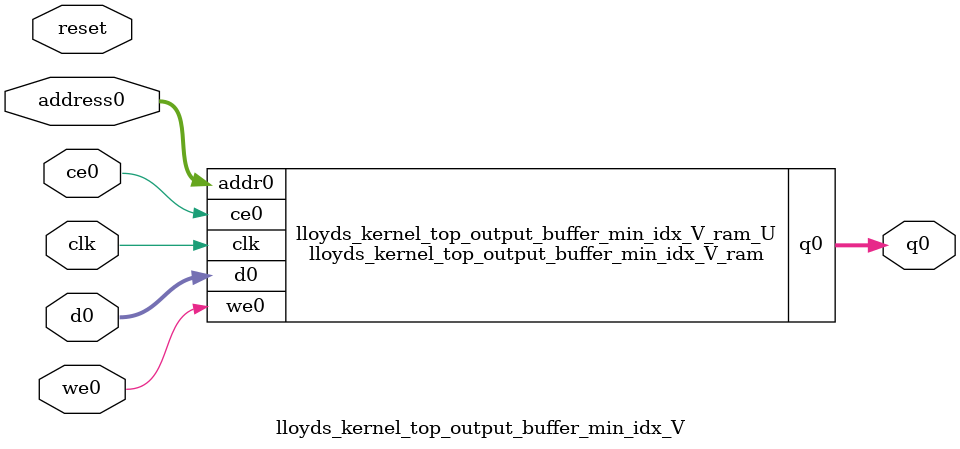
<source format=v>

`timescale 1 ns / 1 ps
module lloyds_kernel_top_output_buffer_min_idx_V_ram (addr0, ce0, d0, we0, q0,  clk);

parameter DWIDTH = 8;
parameter AWIDTH = 4;
parameter MEM_SIZE = 16;

input[AWIDTH-1:0] addr0;
input ce0;
input[DWIDTH-1:0] d0;
input we0;
output reg[DWIDTH-1:0] q0;
input clk;

(* ram_style = "block" *)reg [DWIDTH-1:0] ram[MEM_SIZE-1:0];




always @(posedge clk)  
begin 
    if (ce0) 
    begin
        if (we0) 
        begin 
            ram[addr0] <= d0; 
            q0 <= d0;
        end 
        else 
            q0 <= ram[addr0];
    end
end


endmodule


`timescale 1 ns / 1 ps
module lloyds_kernel_top_output_buffer_min_idx_V(
    reset,
    clk,
    address0,
    ce0,
    we0,
    d0,
    q0);

parameter DataWidth = 32'd8;
parameter AddressRange = 32'd16;
parameter AddressWidth = 32'd4;
input reset;
input clk;
input[AddressWidth - 1:0] address0;
input ce0;
input we0;
input[DataWidth - 1:0] d0;
output[DataWidth - 1:0] q0;




lloyds_kernel_top_output_buffer_min_idx_V_ram lloyds_kernel_top_output_buffer_min_idx_V_ram_U(
    .clk( clk ),
    .addr0( address0 ),
    .ce0( ce0 ),
    .d0( d0 ),
    .we0( we0 ),
    .q0( q0 ));

endmodule


</source>
